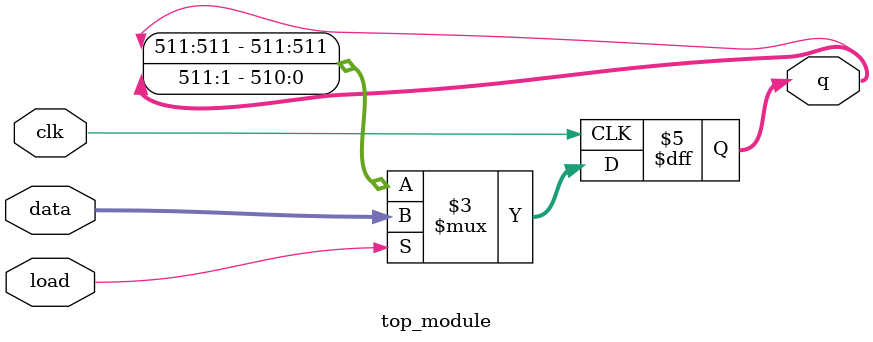
<source format=sv>
module top_module(
	input clk,
	input load,
	input [511:0] data,
	output reg [511:0] q);

	always @(posedge clk) begin
		if (load)
			q <= data;
		else begin
			q <= {q[$bits(q)-1], q[$bits(q)-1:1]};
		end
	end

endmodule

</source>
